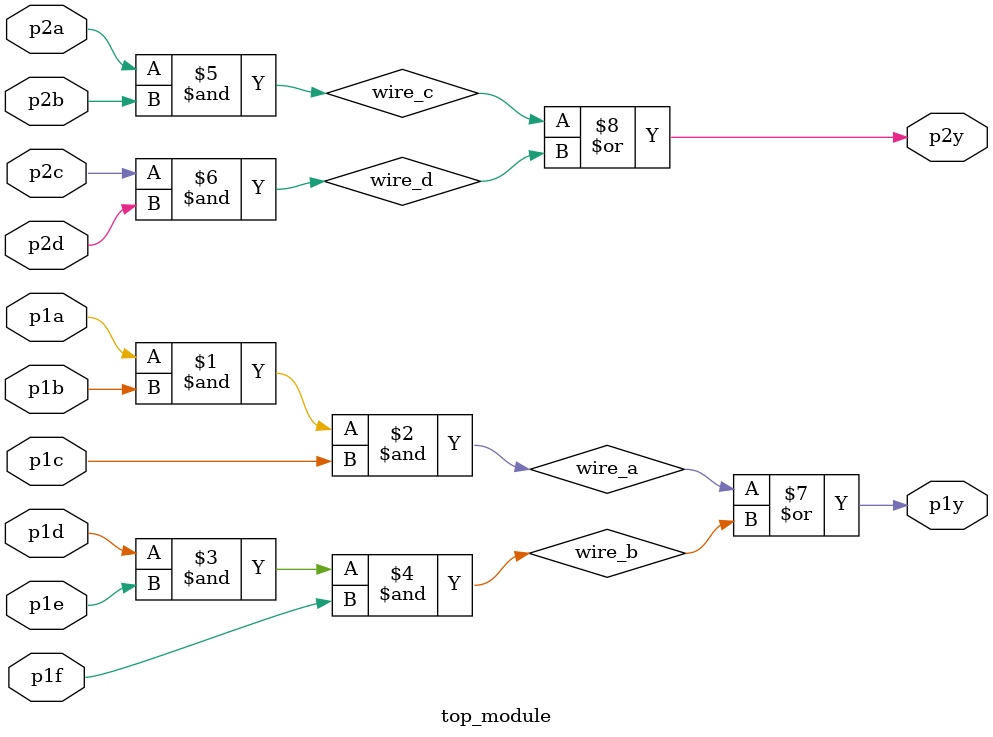
<source format=v>
module top_module ( 
    input p1a, p1b, p1c, p1d, p1e, p1f,
    output p1y,
    input p2a, p2b, p2c, p2d,
    output p2y );
	
    wire wire_a,wire_b,wire_c,wire_d;
    
    assign wire_a = p1a & p1b & p1c;
    assign wire_b = p1d & p1e & p1f;
    assign wire_c = p2a & p2b;
    assign wire_d = p2c & p2d;
    
    assign p1y = wire_a | wire_b;
    assign p2y = wire_c | wire_d;
    

endmodule

</source>
